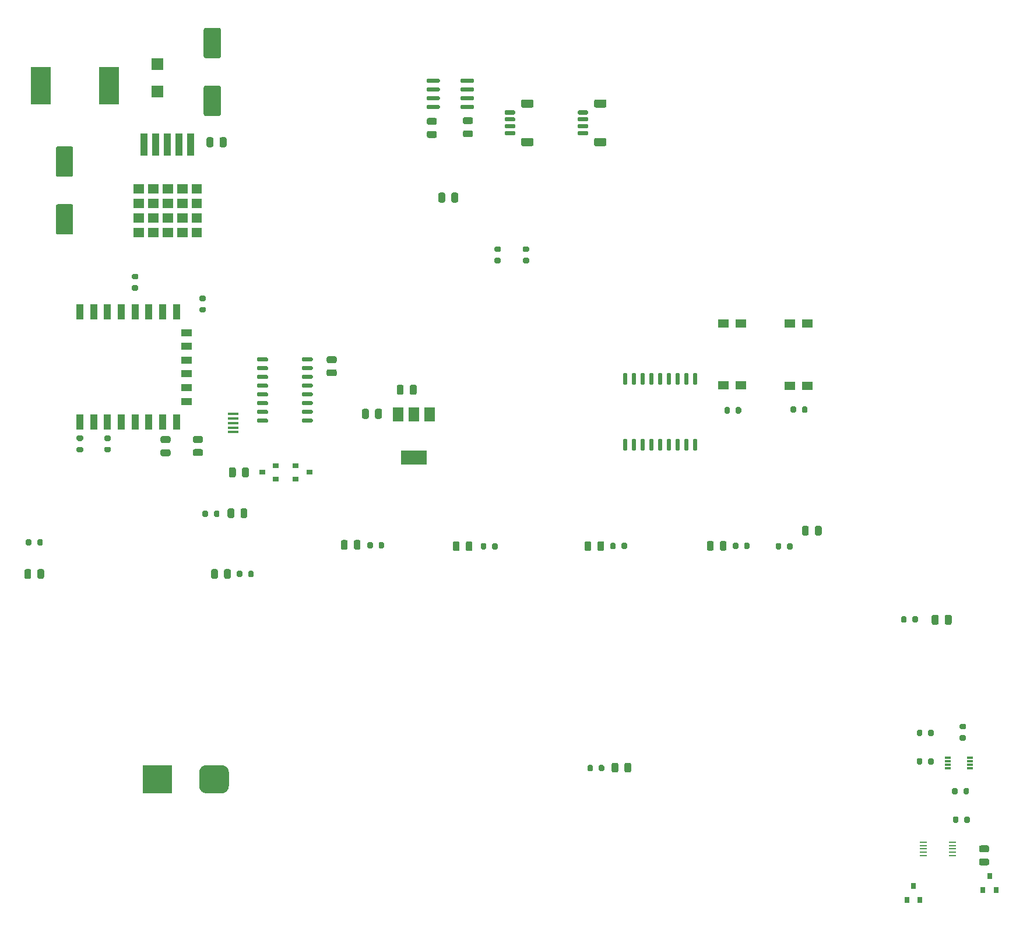
<source format=gbr>
%TF.GenerationSoftware,KiCad,Pcbnew,(5.1.10)-1*%
%TF.CreationDate,2022-12-31T06:25:54-06:00*%
%TF.ProjectId,RC11,52433131-2e6b-4696-9361-645f70636258,rev?*%
%TF.SameCoordinates,Original*%
%TF.FileFunction,Paste,Top*%
%TF.FilePolarity,Positive*%
%FSLAX46Y46*%
G04 Gerber Fmt 4.6, Leading zero omitted, Abs format (unit mm)*
G04 Created by KiCad (PCBNEW (5.1.10)-1) date 2022-12-31 06:25:54*
%MOMM*%
%LPD*%
G01*
G04 APERTURE LIST*
%ADD10C,0.010000*%
%ADD11R,1.000000X2.200000*%
%ADD12R,1.500000X1.000000*%
%ADD13R,1.500000X0.450000*%
%ADD14R,1.100000X0.250000*%
%ADD15R,0.850000X0.300000*%
%ADD16R,0.800000X0.900000*%
%ADD17R,0.900000X0.800000*%
%ADD18R,4.300000X4.100000*%
%ADD19R,1.500000X1.300000*%
%ADD20R,2.900000X5.400000*%
%ADD21R,1.050000X3.210000*%
%ADD22R,1.500000X2.000000*%
%ADD23R,3.800000X2.000000*%
%ADD24R,1.800000X1.800000*%
G04 APERTURE END LIST*
D10*
%TO.C,IC2*%
G36*
X44137900Y-53994750D02*
G01*
X44137900Y-55254750D01*
X42717900Y-55254750D01*
X42717900Y-53994750D01*
X44137900Y-53994750D01*
G37*
X44137900Y-53994750D02*
X44137900Y-55254750D01*
X42717900Y-55254750D01*
X42717900Y-53994750D01*
X44137900Y-53994750D01*
G36*
X46247900Y-53994750D02*
G01*
X46247900Y-55254750D01*
X44827900Y-55254750D01*
X44827900Y-53994750D01*
X46247900Y-53994750D01*
G37*
X46247900Y-53994750D02*
X46247900Y-55254750D01*
X44827900Y-55254750D01*
X44827900Y-53994750D01*
X46247900Y-53994750D01*
G36*
X52577900Y-56114750D02*
G01*
X52577900Y-57374750D01*
X51157900Y-57374750D01*
X51157900Y-56114750D01*
X52577900Y-56114750D01*
G37*
X52577900Y-56114750D02*
X52577900Y-57374750D01*
X51157900Y-57374750D01*
X51157900Y-56114750D01*
X52577900Y-56114750D01*
G36*
X52577900Y-53994750D02*
G01*
X52577900Y-55254750D01*
X51157900Y-55254750D01*
X51157900Y-53994750D01*
X52577900Y-53994750D01*
G37*
X52577900Y-53994750D02*
X52577900Y-55254750D01*
X51157900Y-55254750D01*
X51157900Y-53994750D01*
X52577900Y-53994750D01*
G36*
X50467900Y-53994750D02*
G01*
X50467900Y-55254750D01*
X49047900Y-55254750D01*
X49047900Y-53994750D01*
X50467900Y-53994750D01*
G37*
X50467900Y-53994750D02*
X50467900Y-55254750D01*
X49047900Y-55254750D01*
X49047900Y-53994750D01*
X50467900Y-53994750D01*
G36*
X50467900Y-56114750D02*
G01*
X50467900Y-57374750D01*
X49047900Y-57374750D01*
X49047900Y-56114750D01*
X50467900Y-56114750D01*
G37*
X50467900Y-56114750D02*
X50467900Y-57374750D01*
X49047900Y-57374750D01*
X49047900Y-56114750D01*
X50467900Y-56114750D01*
G36*
X44137900Y-56114750D02*
G01*
X44137900Y-57374750D01*
X42717900Y-57374750D01*
X42717900Y-56114750D01*
X44137900Y-56114750D01*
G37*
X44137900Y-56114750D02*
X44137900Y-57374750D01*
X42717900Y-57374750D01*
X42717900Y-56114750D01*
X44137900Y-56114750D01*
G36*
X46247900Y-56114750D02*
G01*
X46247900Y-57374750D01*
X44827900Y-57374750D01*
X44827900Y-56114750D01*
X46247900Y-56114750D01*
G37*
X46247900Y-56114750D02*
X46247900Y-57374750D01*
X44827900Y-57374750D01*
X44827900Y-56114750D01*
X46247900Y-56114750D01*
G36*
X44137900Y-60354750D02*
G01*
X44137900Y-61614750D01*
X42717900Y-61614750D01*
X42717900Y-60354750D01*
X44137900Y-60354750D01*
G37*
X44137900Y-60354750D02*
X44137900Y-61614750D01*
X42717900Y-61614750D01*
X42717900Y-60354750D01*
X44137900Y-60354750D01*
G36*
X46247900Y-60354750D02*
G01*
X46247900Y-61614750D01*
X44827900Y-61614750D01*
X44827900Y-60354750D01*
X46247900Y-60354750D01*
G37*
X46247900Y-60354750D02*
X46247900Y-61614750D01*
X44827900Y-61614750D01*
X44827900Y-60354750D01*
X46247900Y-60354750D01*
G36*
X52577900Y-60354750D02*
G01*
X52577900Y-61614750D01*
X51157900Y-61614750D01*
X51157900Y-60354750D01*
X52577900Y-60354750D01*
G37*
X52577900Y-60354750D02*
X52577900Y-61614750D01*
X51157900Y-61614750D01*
X51157900Y-60354750D01*
X52577900Y-60354750D01*
G36*
X50467900Y-60354750D02*
G01*
X50467900Y-61614750D01*
X49047900Y-61614750D01*
X49047900Y-60354750D01*
X50467900Y-60354750D01*
G37*
X50467900Y-60354750D02*
X50467900Y-61614750D01*
X49047900Y-61614750D01*
X49047900Y-60354750D01*
X50467900Y-60354750D01*
G36*
X44137900Y-58234750D02*
G01*
X44137900Y-59494750D01*
X42717900Y-59494750D01*
X42717900Y-58234750D01*
X44137900Y-58234750D01*
G37*
X44137900Y-58234750D02*
X44137900Y-59494750D01*
X42717900Y-59494750D01*
X42717900Y-58234750D01*
X44137900Y-58234750D01*
G36*
X46247900Y-58234750D02*
G01*
X46247900Y-59494750D01*
X44827900Y-59494750D01*
X44827900Y-58234750D01*
X46247900Y-58234750D01*
G37*
X46247900Y-58234750D02*
X46247900Y-59494750D01*
X44827900Y-59494750D01*
X44827900Y-58234750D01*
X46247900Y-58234750D01*
G36*
X52577900Y-58234750D02*
G01*
X52577900Y-59494750D01*
X51157900Y-59494750D01*
X51157900Y-58234750D01*
X52577900Y-58234750D01*
G37*
X52577900Y-58234750D02*
X52577900Y-59494750D01*
X51157900Y-59494750D01*
X51157900Y-58234750D01*
X52577900Y-58234750D01*
G36*
X50467900Y-58234750D02*
G01*
X50467900Y-59494750D01*
X49047900Y-59494750D01*
X49047900Y-58234750D01*
X50467900Y-58234750D01*
G37*
X50467900Y-58234750D02*
X50467900Y-59494750D01*
X49047900Y-59494750D01*
X49047900Y-58234750D01*
X50467900Y-58234750D01*
G36*
X48357900Y-53994750D02*
G01*
X48357900Y-55254750D01*
X46937900Y-55254750D01*
X46937900Y-53994750D01*
X48357900Y-53994750D01*
G37*
X48357900Y-53994750D02*
X48357900Y-55254750D01*
X46937900Y-55254750D01*
X46937900Y-53994750D01*
X48357900Y-53994750D01*
G36*
X48357900Y-56114750D02*
G01*
X48357900Y-57374750D01*
X46937900Y-57374750D01*
X46937900Y-56114750D01*
X48357900Y-56114750D01*
G37*
X48357900Y-56114750D02*
X48357900Y-57374750D01*
X46937900Y-57374750D01*
X46937900Y-56114750D01*
X48357900Y-56114750D01*
G36*
X48357900Y-60354750D02*
G01*
X48357900Y-61614750D01*
X46937900Y-61614750D01*
X46937900Y-60354750D01*
X48357900Y-60354750D01*
G37*
X48357900Y-60354750D02*
X48357900Y-61614750D01*
X46937900Y-61614750D01*
X46937900Y-60354750D01*
X48357900Y-60354750D01*
G36*
X48357900Y-58234750D02*
G01*
X48357900Y-59494750D01*
X46937900Y-59494750D01*
X46937900Y-58234750D01*
X48357900Y-58234750D01*
G37*
X48357900Y-58234750D02*
X48357900Y-59494750D01*
X46937900Y-59494750D01*
X46937900Y-58234750D01*
X48357900Y-58234750D01*
%TD*%
%TO.C,R23*%
G36*
G01*
X27896000Y-105719200D02*
X27896000Y-106269200D01*
G75*
G02*
X27696000Y-106469200I-200000J0D01*
G01*
X27296000Y-106469200D01*
G75*
G02*
X27096000Y-106269200I0J200000D01*
G01*
X27096000Y-105719200D01*
G75*
G02*
X27296000Y-105519200I200000J0D01*
G01*
X27696000Y-105519200D01*
G75*
G02*
X27896000Y-105719200I0J-200000D01*
G01*
G37*
G36*
G01*
X29546000Y-105719200D02*
X29546000Y-106269200D01*
G75*
G02*
X29346000Y-106469200I-200000J0D01*
G01*
X28946000Y-106469200D01*
G75*
G02*
X28746000Y-106269200I0J200000D01*
G01*
X28746000Y-105719200D01*
G75*
G02*
X28946000Y-105519200I200000J0D01*
G01*
X29346000Y-105519200D01*
G75*
G02*
X29546000Y-105719200I0J-200000D01*
G01*
G37*
%TD*%
%TO.C,D13*%
G36*
G01*
X28747900Y-111047850D02*
X28747900Y-110135350D01*
G75*
G02*
X28991650Y-109891600I243750J0D01*
G01*
X29479150Y-109891600D01*
G75*
G02*
X29722900Y-110135350I0J-243750D01*
G01*
X29722900Y-111047850D01*
G75*
G02*
X29479150Y-111291600I-243750J0D01*
G01*
X28991650Y-111291600D01*
G75*
G02*
X28747900Y-111047850I0J243750D01*
G01*
G37*
G36*
G01*
X26872900Y-111047850D02*
X26872900Y-110135350D01*
G75*
G02*
X27116650Y-109891600I243750J0D01*
G01*
X27604150Y-109891600D01*
G75*
G02*
X27847900Y-110135350I0J-243750D01*
G01*
X27847900Y-111047850D01*
G75*
G02*
X27604150Y-111291600I-243750J0D01*
G01*
X27116650Y-111291600D01*
G75*
G02*
X26872900Y-111047850I0J243750D01*
G01*
G37*
%TD*%
%TO.C,J2*%
G36*
G01*
X109871599Y-47259600D02*
X111171601Y-47259600D01*
G75*
G02*
X111421600Y-47509599I0J-249999D01*
G01*
X111421600Y-48209601D01*
G75*
G02*
X111171601Y-48459600I-249999J0D01*
G01*
X109871599Y-48459600D01*
G75*
G02*
X109621600Y-48209601I0J249999D01*
G01*
X109621600Y-47509599D01*
G75*
G02*
X109871599Y-47259600I249999J0D01*
G01*
G37*
G36*
G01*
X109871599Y-41659600D02*
X111171601Y-41659600D01*
G75*
G02*
X111421600Y-41909599I0J-249999D01*
G01*
X111421600Y-42609601D01*
G75*
G02*
X111171601Y-42859600I-249999J0D01*
G01*
X109871599Y-42859600D01*
G75*
G02*
X109621600Y-42609601I0J249999D01*
G01*
X109621600Y-41909599D01*
G75*
G02*
X109871599Y-41659600I249999J0D01*
G01*
G37*
G36*
G01*
X107371600Y-46259600D02*
X108621600Y-46259600D01*
G75*
G02*
X108771600Y-46409600I0J-150000D01*
G01*
X108771600Y-46709600D01*
G75*
G02*
X108621600Y-46859600I-150000J0D01*
G01*
X107371600Y-46859600D01*
G75*
G02*
X107221600Y-46709600I0J150000D01*
G01*
X107221600Y-46409600D01*
G75*
G02*
X107371600Y-46259600I150000J0D01*
G01*
G37*
G36*
G01*
X107371600Y-45259600D02*
X108621600Y-45259600D01*
G75*
G02*
X108771600Y-45409600I0J-150000D01*
G01*
X108771600Y-45709600D01*
G75*
G02*
X108621600Y-45859600I-150000J0D01*
G01*
X107371600Y-45859600D01*
G75*
G02*
X107221600Y-45709600I0J150000D01*
G01*
X107221600Y-45409600D01*
G75*
G02*
X107371600Y-45259600I150000J0D01*
G01*
G37*
G36*
G01*
X107371600Y-44259600D02*
X108621600Y-44259600D01*
G75*
G02*
X108771600Y-44409600I0J-150000D01*
G01*
X108771600Y-44709600D01*
G75*
G02*
X108621600Y-44859600I-150000J0D01*
G01*
X107371600Y-44859600D01*
G75*
G02*
X107221600Y-44709600I0J150000D01*
G01*
X107221600Y-44409600D01*
G75*
G02*
X107371600Y-44259600I150000J0D01*
G01*
G37*
G36*
G01*
X107371600Y-43259600D02*
X108621600Y-43259600D01*
G75*
G02*
X108771600Y-43409600I0J-150000D01*
G01*
X108771600Y-43709600D01*
G75*
G02*
X108621600Y-43859600I-150000J0D01*
G01*
X107371600Y-43859600D01*
G75*
G02*
X107221600Y-43709600I0J150000D01*
G01*
X107221600Y-43409600D01*
G75*
G02*
X107371600Y-43259600I150000J0D01*
G01*
G37*
%TD*%
%TO.C,J3*%
G36*
G01*
X99269599Y-47259600D02*
X100569601Y-47259600D01*
G75*
G02*
X100819600Y-47509599I0J-249999D01*
G01*
X100819600Y-48209601D01*
G75*
G02*
X100569601Y-48459600I-249999J0D01*
G01*
X99269599Y-48459600D01*
G75*
G02*
X99019600Y-48209601I0J249999D01*
G01*
X99019600Y-47509599D01*
G75*
G02*
X99269599Y-47259600I249999J0D01*
G01*
G37*
G36*
G01*
X99269599Y-41659600D02*
X100569601Y-41659600D01*
G75*
G02*
X100819600Y-41909599I0J-249999D01*
G01*
X100819600Y-42609601D01*
G75*
G02*
X100569601Y-42859600I-249999J0D01*
G01*
X99269599Y-42859600D01*
G75*
G02*
X99019600Y-42609601I0J249999D01*
G01*
X99019600Y-41909599D01*
G75*
G02*
X99269599Y-41659600I249999J0D01*
G01*
G37*
G36*
G01*
X96769600Y-46259600D02*
X98019600Y-46259600D01*
G75*
G02*
X98169600Y-46409600I0J-150000D01*
G01*
X98169600Y-46709600D01*
G75*
G02*
X98019600Y-46859600I-150000J0D01*
G01*
X96769600Y-46859600D01*
G75*
G02*
X96619600Y-46709600I0J150000D01*
G01*
X96619600Y-46409600D01*
G75*
G02*
X96769600Y-46259600I150000J0D01*
G01*
G37*
G36*
G01*
X96769600Y-45259600D02*
X98019600Y-45259600D01*
G75*
G02*
X98169600Y-45409600I0J-150000D01*
G01*
X98169600Y-45709600D01*
G75*
G02*
X98019600Y-45859600I-150000J0D01*
G01*
X96769600Y-45859600D01*
G75*
G02*
X96619600Y-45709600I0J150000D01*
G01*
X96619600Y-45409600D01*
G75*
G02*
X96769600Y-45259600I150000J0D01*
G01*
G37*
G36*
G01*
X96769600Y-44259600D02*
X98019600Y-44259600D01*
G75*
G02*
X98169600Y-44409600I0J-150000D01*
G01*
X98169600Y-44709600D01*
G75*
G02*
X98019600Y-44859600I-150000J0D01*
G01*
X96769600Y-44859600D01*
G75*
G02*
X96619600Y-44709600I0J150000D01*
G01*
X96619600Y-44409600D01*
G75*
G02*
X96769600Y-44259600I150000J0D01*
G01*
G37*
G36*
G01*
X96769600Y-43259600D02*
X98019600Y-43259600D01*
G75*
G02*
X98169600Y-43409600I0J-150000D01*
G01*
X98169600Y-43709600D01*
G75*
G02*
X98019600Y-43859600I-150000J0D01*
G01*
X96769600Y-43859600D01*
G75*
G02*
X96619600Y-43709600I0J150000D01*
G01*
X96619600Y-43409600D01*
G75*
G02*
X96769600Y-43259600I150000J0D01*
G01*
G37*
%TD*%
%TO.C,C17*%
G36*
G01*
X85580200Y-46246200D02*
X86530200Y-46246200D01*
G75*
G02*
X86780200Y-46496200I0J-250000D01*
G01*
X86780200Y-46996200D01*
G75*
G02*
X86530200Y-47246200I-250000J0D01*
G01*
X85580200Y-47246200D01*
G75*
G02*
X85330200Y-46996200I0J250000D01*
G01*
X85330200Y-46496200D01*
G75*
G02*
X85580200Y-46246200I250000J0D01*
G01*
G37*
G36*
G01*
X85580200Y-44346200D02*
X86530200Y-44346200D01*
G75*
G02*
X86780200Y-44596200I0J-250000D01*
G01*
X86780200Y-45096200D01*
G75*
G02*
X86530200Y-45346200I-250000J0D01*
G01*
X85580200Y-45346200D01*
G75*
G02*
X85330200Y-45096200I0J250000D01*
G01*
X85330200Y-44596200D01*
G75*
G02*
X85580200Y-44346200I250000J0D01*
G01*
G37*
%TD*%
%TO.C,C16*%
G36*
G01*
X91762600Y-45244600D02*
X90812600Y-45244600D01*
G75*
G02*
X90562600Y-44994600I0J250000D01*
G01*
X90562600Y-44494600D01*
G75*
G02*
X90812600Y-44244600I250000J0D01*
G01*
X91762600Y-44244600D01*
G75*
G02*
X92012600Y-44494600I0J-250000D01*
G01*
X92012600Y-44994600D01*
G75*
G02*
X91762600Y-45244600I-250000J0D01*
G01*
G37*
G36*
G01*
X91762600Y-47144600D02*
X90812600Y-47144600D01*
G75*
G02*
X90562600Y-46894600I0J250000D01*
G01*
X90562600Y-46394600D01*
G75*
G02*
X90812600Y-46144600I250000J0D01*
G01*
X91762600Y-46144600D01*
G75*
G02*
X92012600Y-46394600I0J-250000D01*
G01*
X92012600Y-46894600D01*
G75*
G02*
X91762600Y-47144600I-250000J0D01*
G01*
G37*
%TD*%
%TO.C,U9*%
G36*
G01*
X87222200Y-42598200D02*
X87222200Y-42898200D01*
G75*
G02*
X87072200Y-43048200I-150000J0D01*
G01*
X85422200Y-43048200D01*
G75*
G02*
X85272200Y-42898200I0J150000D01*
G01*
X85272200Y-42598200D01*
G75*
G02*
X85422200Y-42448200I150000J0D01*
G01*
X87072200Y-42448200D01*
G75*
G02*
X87222200Y-42598200I0J-150000D01*
G01*
G37*
G36*
G01*
X87222200Y-41328200D02*
X87222200Y-41628200D01*
G75*
G02*
X87072200Y-41778200I-150000J0D01*
G01*
X85422200Y-41778200D01*
G75*
G02*
X85272200Y-41628200I0J150000D01*
G01*
X85272200Y-41328200D01*
G75*
G02*
X85422200Y-41178200I150000J0D01*
G01*
X87072200Y-41178200D01*
G75*
G02*
X87222200Y-41328200I0J-150000D01*
G01*
G37*
G36*
G01*
X87222200Y-40058200D02*
X87222200Y-40358200D01*
G75*
G02*
X87072200Y-40508200I-150000J0D01*
G01*
X85422200Y-40508200D01*
G75*
G02*
X85272200Y-40358200I0J150000D01*
G01*
X85272200Y-40058200D01*
G75*
G02*
X85422200Y-39908200I150000J0D01*
G01*
X87072200Y-39908200D01*
G75*
G02*
X87222200Y-40058200I0J-150000D01*
G01*
G37*
G36*
G01*
X87222200Y-38788200D02*
X87222200Y-39088200D01*
G75*
G02*
X87072200Y-39238200I-150000J0D01*
G01*
X85422200Y-39238200D01*
G75*
G02*
X85272200Y-39088200I0J150000D01*
G01*
X85272200Y-38788200D01*
G75*
G02*
X85422200Y-38638200I150000J0D01*
G01*
X87072200Y-38638200D01*
G75*
G02*
X87222200Y-38788200I0J-150000D01*
G01*
G37*
G36*
G01*
X92172200Y-38788200D02*
X92172200Y-39088200D01*
G75*
G02*
X92022200Y-39238200I-150000J0D01*
G01*
X90372200Y-39238200D01*
G75*
G02*
X90222200Y-39088200I0J150000D01*
G01*
X90222200Y-38788200D01*
G75*
G02*
X90372200Y-38638200I150000J0D01*
G01*
X92022200Y-38638200D01*
G75*
G02*
X92172200Y-38788200I0J-150000D01*
G01*
G37*
G36*
G01*
X92172200Y-40058200D02*
X92172200Y-40358200D01*
G75*
G02*
X92022200Y-40508200I-150000J0D01*
G01*
X90372200Y-40508200D01*
G75*
G02*
X90222200Y-40358200I0J150000D01*
G01*
X90222200Y-40058200D01*
G75*
G02*
X90372200Y-39908200I150000J0D01*
G01*
X92022200Y-39908200D01*
G75*
G02*
X92172200Y-40058200I0J-150000D01*
G01*
G37*
G36*
G01*
X92172200Y-41328200D02*
X92172200Y-41628200D01*
G75*
G02*
X92022200Y-41778200I-150000J0D01*
G01*
X90372200Y-41778200D01*
G75*
G02*
X90222200Y-41628200I0J150000D01*
G01*
X90222200Y-41328200D01*
G75*
G02*
X90372200Y-41178200I150000J0D01*
G01*
X92022200Y-41178200D01*
G75*
G02*
X92172200Y-41328200I0J-150000D01*
G01*
G37*
G36*
G01*
X92172200Y-42598200D02*
X92172200Y-42898200D01*
G75*
G02*
X92022200Y-43048200I-150000J0D01*
G01*
X90372200Y-43048200D01*
G75*
G02*
X90222200Y-42898200I0J150000D01*
G01*
X90222200Y-42598200D01*
G75*
G02*
X90372200Y-42448200I150000J0D01*
G01*
X92022200Y-42448200D01*
G75*
G02*
X92172200Y-42598200I0J-150000D01*
G01*
G37*
%TD*%
D11*
%TO.C,U4*%
X34944400Y-72519000D03*
X36944400Y-72519000D03*
X38944400Y-72519000D03*
X40944400Y-72519000D03*
X42944400Y-72519000D03*
X44944400Y-72519000D03*
X46944400Y-72519000D03*
X48944400Y-72519000D03*
X34944400Y-88519000D03*
X36944400Y-88519000D03*
X38944400Y-88519000D03*
X40944400Y-88519000D03*
X42944400Y-88519000D03*
X44944400Y-88519000D03*
X46944400Y-88519000D03*
X48944400Y-88519000D03*
D12*
X50444400Y-85519000D03*
X50444400Y-83519000D03*
X50444400Y-81519000D03*
X50444400Y-75519000D03*
X50444400Y-77519000D03*
X50444400Y-79519000D03*
%TD*%
D13*
%TO.C,J9*%
X57179400Y-89971400D03*
X57179400Y-89321400D03*
X57179400Y-88671400D03*
X57179400Y-88021400D03*
X57179400Y-87371400D03*
%TD*%
D14*
%TO.C,U6*%
X161712800Y-149530600D03*
X161712800Y-150030600D03*
X161712800Y-150530600D03*
X161712800Y-151030600D03*
X161712800Y-151530600D03*
X157412800Y-151530600D03*
X157412800Y-151030600D03*
X157412800Y-150530600D03*
X157412800Y-150030600D03*
X157412800Y-149530600D03*
%TD*%
%TO.C,C11*%
G36*
G01*
X166743400Y-151020400D02*
X165793400Y-151020400D01*
G75*
G02*
X165543400Y-150770400I0J250000D01*
G01*
X165543400Y-150270400D01*
G75*
G02*
X165793400Y-150020400I250000J0D01*
G01*
X166743400Y-150020400D01*
G75*
G02*
X166993400Y-150270400I0J-250000D01*
G01*
X166993400Y-150770400D01*
G75*
G02*
X166743400Y-151020400I-250000J0D01*
G01*
G37*
G36*
G01*
X166743400Y-152920400D02*
X165793400Y-152920400D01*
G75*
G02*
X165543400Y-152670400I0J250000D01*
G01*
X165543400Y-152170400D01*
G75*
G02*
X165793400Y-151920400I250000J0D01*
G01*
X166743400Y-151920400D01*
G75*
G02*
X166993400Y-152170400I0J-250000D01*
G01*
X166993400Y-152670400D01*
G75*
G02*
X166743400Y-152920400I-250000J0D01*
G01*
G37*
%TD*%
D15*
%TO.C,IC3*%
X161035800Y-137283800D03*
X161035800Y-137783800D03*
X161035800Y-138283800D03*
X161035800Y-138783800D03*
X164185800Y-138783800D03*
X164185800Y-138283800D03*
X164185800Y-137783800D03*
X164185800Y-137283800D03*
%TD*%
D16*
%TO.C,D12*%
X155981400Y-155931400D03*
X156931400Y-157931400D03*
X155031400Y-157931400D03*
%TD*%
%TO.C,R22*%
G36*
G01*
X157283600Y-137530200D02*
X157283600Y-138080200D01*
G75*
G02*
X157083600Y-138280200I-200000J0D01*
G01*
X156683600Y-138280200D01*
G75*
G02*
X156483600Y-138080200I0J200000D01*
G01*
X156483600Y-137530200D01*
G75*
G02*
X156683600Y-137330200I200000J0D01*
G01*
X157083600Y-137330200D01*
G75*
G02*
X157283600Y-137530200I0J-200000D01*
G01*
G37*
G36*
G01*
X158933600Y-137530200D02*
X158933600Y-138080200D01*
G75*
G02*
X158733600Y-138280200I-200000J0D01*
G01*
X158333600Y-138280200D01*
G75*
G02*
X158133600Y-138080200I0J200000D01*
G01*
X158133600Y-137530200D01*
G75*
G02*
X158333600Y-137330200I200000J0D01*
G01*
X158733600Y-137330200D01*
G75*
G02*
X158933600Y-137530200I0J-200000D01*
G01*
G37*
%TD*%
%TO.C,R21*%
G36*
G01*
X157309000Y-133390000D02*
X157309000Y-133940000D01*
G75*
G02*
X157109000Y-134140000I-200000J0D01*
G01*
X156709000Y-134140000D01*
G75*
G02*
X156509000Y-133940000I0J200000D01*
G01*
X156509000Y-133390000D01*
G75*
G02*
X156709000Y-133190000I200000J0D01*
G01*
X157109000Y-133190000D01*
G75*
G02*
X157309000Y-133390000I0J-200000D01*
G01*
G37*
G36*
G01*
X158959000Y-133390000D02*
X158959000Y-133940000D01*
G75*
G02*
X158759000Y-134140000I-200000J0D01*
G01*
X158359000Y-134140000D01*
G75*
G02*
X158159000Y-133940000I0J200000D01*
G01*
X158159000Y-133390000D01*
G75*
G02*
X158359000Y-133190000I200000J0D01*
G01*
X158759000Y-133190000D01*
G75*
G02*
X158959000Y-133390000I0J-200000D01*
G01*
G37*
%TD*%
%TO.C,R20*%
G36*
G01*
X162894600Y-134013800D02*
X163444600Y-134013800D01*
G75*
G02*
X163644600Y-134213800I0J-200000D01*
G01*
X163644600Y-134613800D01*
G75*
G02*
X163444600Y-134813800I-200000J0D01*
G01*
X162894600Y-134813800D01*
G75*
G02*
X162694600Y-134613800I0J200000D01*
G01*
X162694600Y-134213800D01*
G75*
G02*
X162894600Y-134013800I200000J0D01*
G01*
G37*
G36*
G01*
X162894600Y-132363800D02*
X163444600Y-132363800D01*
G75*
G02*
X163644600Y-132563800I0J-200000D01*
G01*
X163644600Y-132963800D01*
G75*
G02*
X163444600Y-133163800I-200000J0D01*
G01*
X162894600Y-133163800D01*
G75*
G02*
X162694600Y-132963800I0J200000D01*
G01*
X162694600Y-132563800D01*
G75*
G02*
X162894600Y-132363800I200000J0D01*
G01*
G37*
%TD*%
%TO.C,R19*%
G36*
G01*
X163264400Y-142423600D02*
X163264400Y-141873600D01*
G75*
G02*
X163464400Y-141673600I200000J0D01*
G01*
X163864400Y-141673600D01*
G75*
G02*
X164064400Y-141873600I0J-200000D01*
G01*
X164064400Y-142423600D01*
G75*
G02*
X163864400Y-142623600I-200000J0D01*
G01*
X163464400Y-142623600D01*
G75*
G02*
X163264400Y-142423600I0J200000D01*
G01*
G37*
G36*
G01*
X161614400Y-142423600D02*
X161614400Y-141873600D01*
G75*
G02*
X161814400Y-141673600I200000J0D01*
G01*
X162214400Y-141673600D01*
G75*
G02*
X162414400Y-141873600I0J-200000D01*
G01*
X162414400Y-142423600D01*
G75*
G02*
X162214400Y-142623600I-200000J0D01*
G01*
X161814400Y-142623600D01*
G75*
G02*
X161614400Y-142423600I0J200000D01*
G01*
G37*
%TD*%
%TO.C,R18*%
G36*
G01*
X163391400Y-146563800D02*
X163391400Y-146013800D01*
G75*
G02*
X163591400Y-145813800I200000J0D01*
G01*
X163991400Y-145813800D01*
G75*
G02*
X164191400Y-146013800I0J-200000D01*
G01*
X164191400Y-146563800D01*
G75*
G02*
X163991400Y-146763800I-200000J0D01*
G01*
X163591400Y-146763800D01*
G75*
G02*
X163391400Y-146563800I0J200000D01*
G01*
G37*
G36*
G01*
X161741400Y-146563800D02*
X161741400Y-146013800D01*
G75*
G02*
X161941400Y-145813800I200000J0D01*
G01*
X162341400Y-145813800D01*
G75*
G02*
X162541400Y-146013800I0J-200000D01*
G01*
X162541400Y-146563800D01*
G75*
G02*
X162341400Y-146763800I-200000J0D01*
G01*
X161941400Y-146763800D01*
G75*
G02*
X161741400Y-146563800I0J200000D01*
G01*
G37*
%TD*%
%TO.C,D11*%
X167055800Y-154509000D03*
X168005800Y-156509000D03*
X166105800Y-156509000D03*
%TD*%
%TO.C,U8*%
G36*
G01*
X67159000Y-79575800D02*
X67159000Y-79275800D01*
G75*
G02*
X67309000Y-79125800I150000J0D01*
G01*
X68609000Y-79125800D01*
G75*
G02*
X68759000Y-79275800I0J-150000D01*
G01*
X68759000Y-79575800D01*
G75*
G02*
X68609000Y-79725800I-150000J0D01*
G01*
X67309000Y-79725800D01*
G75*
G02*
X67159000Y-79575800I0J150000D01*
G01*
G37*
G36*
G01*
X67159000Y-80845800D02*
X67159000Y-80545800D01*
G75*
G02*
X67309000Y-80395800I150000J0D01*
G01*
X68609000Y-80395800D01*
G75*
G02*
X68759000Y-80545800I0J-150000D01*
G01*
X68759000Y-80845800D01*
G75*
G02*
X68609000Y-80995800I-150000J0D01*
G01*
X67309000Y-80995800D01*
G75*
G02*
X67159000Y-80845800I0J150000D01*
G01*
G37*
G36*
G01*
X67159000Y-82115800D02*
X67159000Y-81815800D01*
G75*
G02*
X67309000Y-81665800I150000J0D01*
G01*
X68609000Y-81665800D01*
G75*
G02*
X68759000Y-81815800I0J-150000D01*
G01*
X68759000Y-82115800D01*
G75*
G02*
X68609000Y-82265800I-150000J0D01*
G01*
X67309000Y-82265800D01*
G75*
G02*
X67159000Y-82115800I0J150000D01*
G01*
G37*
G36*
G01*
X67159000Y-83385800D02*
X67159000Y-83085800D01*
G75*
G02*
X67309000Y-82935800I150000J0D01*
G01*
X68609000Y-82935800D01*
G75*
G02*
X68759000Y-83085800I0J-150000D01*
G01*
X68759000Y-83385800D01*
G75*
G02*
X68609000Y-83535800I-150000J0D01*
G01*
X67309000Y-83535800D01*
G75*
G02*
X67159000Y-83385800I0J150000D01*
G01*
G37*
G36*
G01*
X67159000Y-84655800D02*
X67159000Y-84355800D01*
G75*
G02*
X67309000Y-84205800I150000J0D01*
G01*
X68609000Y-84205800D01*
G75*
G02*
X68759000Y-84355800I0J-150000D01*
G01*
X68759000Y-84655800D01*
G75*
G02*
X68609000Y-84805800I-150000J0D01*
G01*
X67309000Y-84805800D01*
G75*
G02*
X67159000Y-84655800I0J150000D01*
G01*
G37*
G36*
G01*
X67159000Y-85925800D02*
X67159000Y-85625800D01*
G75*
G02*
X67309000Y-85475800I150000J0D01*
G01*
X68609000Y-85475800D01*
G75*
G02*
X68759000Y-85625800I0J-150000D01*
G01*
X68759000Y-85925800D01*
G75*
G02*
X68609000Y-86075800I-150000J0D01*
G01*
X67309000Y-86075800D01*
G75*
G02*
X67159000Y-85925800I0J150000D01*
G01*
G37*
G36*
G01*
X67159000Y-87195800D02*
X67159000Y-86895800D01*
G75*
G02*
X67309000Y-86745800I150000J0D01*
G01*
X68609000Y-86745800D01*
G75*
G02*
X68759000Y-86895800I0J-150000D01*
G01*
X68759000Y-87195800D01*
G75*
G02*
X68609000Y-87345800I-150000J0D01*
G01*
X67309000Y-87345800D01*
G75*
G02*
X67159000Y-87195800I0J150000D01*
G01*
G37*
G36*
G01*
X67159000Y-88465800D02*
X67159000Y-88165800D01*
G75*
G02*
X67309000Y-88015800I150000J0D01*
G01*
X68609000Y-88015800D01*
G75*
G02*
X68759000Y-88165800I0J-150000D01*
G01*
X68759000Y-88465800D01*
G75*
G02*
X68609000Y-88615800I-150000J0D01*
G01*
X67309000Y-88615800D01*
G75*
G02*
X67159000Y-88465800I0J150000D01*
G01*
G37*
G36*
G01*
X60659000Y-88465800D02*
X60659000Y-88165800D01*
G75*
G02*
X60809000Y-88015800I150000J0D01*
G01*
X62109000Y-88015800D01*
G75*
G02*
X62259000Y-88165800I0J-150000D01*
G01*
X62259000Y-88465800D01*
G75*
G02*
X62109000Y-88615800I-150000J0D01*
G01*
X60809000Y-88615800D01*
G75*
G02*
X60659000Y-88465800I0J150000D01*
G01*
G37*
G36*
G01*
X60659000Y-87195800D02*
X60659000Y-86895800D01*
G75*
G02*
X60809000Y-86745800I150000J0D01*
G01*
X62109000Y-86745800D01*
G75*
G02*
X62259000Y-86895800I0J-150000D01*
G01*
X62259000Y-87195800D01*
G75*
G02*
X62109000Y-87345800I-150000J0D01*
G01*
X60809000Y-87345800D01*
G75*
G02*
X60659000Y-87195800I0J150000D01*
G01*
G37*
G36*
G01*
X60659000Y-85925800D02*
X60659000Y-85625800D01*
G75*
G02*
X60809000Y-85475800I150000J0D01*
G01*
X62109000Y-85475800D01*
G75*
G02*
X62259000Y-85625800I0J-150000D01*
G01*
X62259000Y-85925800D01*
G75*
G02*
X62109000Y-86075800I-150000J0D01*
G01*
X60809000Y-86075800D01*
G75*
G02*
X60659000Y-85925800I0J150000D01*
G01*
G37*
G36*
G01*
X60659000Y-84655800D02*
X60659000Y-84355800D01*
G75*
G02*
X60809000Y-84205800I150000J0D01*
G01*
X62109000Y-84205800D01*
G75*
G02*
X62259000Y-84355800I0J-150000D01*
G01*
X62259000Y-84655800D01*
G75*
G02*
X62109000Y-84805800I-150000J0D01*
G01*
X60809000Y-84805800D01*
G75*
G02*
X60659000Y-84655800I0J150000D01*
G01*
G37*
G36*
G01*
X60659000Y-83385800D02*
X60659000Y-83085800D01*
G75*
G02*
X60809000Y-82935800I150000J0D01*
G01*
X62109000Y-82935800D01*
G75*
G02*
X62259000Y-83085800I0J-150000D01*
G01*
X62259000Y-83385800D01*
G75*
G02*
X62109000Y-83535800I-150000J0D01*
G01*
X60809000Y-83535800D01*
G75*
G02*
X60659000Y-83385800I0J150000D01*
G01*
G37*
G36*
G01*
X60659000Y-82115800D02*
X60659000Y-81815800D01*
G75*
G02*
X60809000Y-81665800I150000J0D01*
G01*
X62109000Y-81665800D01*
G75*
G02*
X62259000Y-81815800I0J-150000D01*
G01*
X62259000Y-82115800D01*
G75*
G02*
X62109000Y-82265800I-150000J0D01*
G01*
X60809000Y-82265800D01*
G75*
G02*
X60659000Y-82115800I0J150000D01*
G01*
G37*
G36*
G01*
X60659000Y-80845800D02*
X60659000Y-80545800D01*
G75*
G02*
X60809000Y-80395800I150000J0D01*
G01*
X62109000Y-80395800D01*
G75*
G02*
X62259000Y-80545800I0J-150000D01*
G01*
X62259000Y-80845800D01*
G75*
G02*
X62109000Y-80995800I-150000J0D01*
G01*
X60809000Y-80995800D01*
G75*
G02*
X60659000Y-80845800I0J150000D01*
G01*
G37*
G36*
G01*
X60659000Y-79575800D02*
X60659000Y-79275800D01*
G75*
G02*
X60809000Y-79125800I150000J0D01*
G01*
X62109000Y-79125800D01*
G75*
G02*
X62259000Y-79275800I0J-150000D01*
G01*
X62259000Y-79575800D01*
G75*
G02*
X62109000Y-79725800I-150000J0D01*
G01*
X60809000Y-79725800D01*
G75*
G02*
X60659000Y-79575800I0J150000D01*
G01*
G37*
%TD*%
%TO.C,R17*%
G36*
G01*
X53030800Y-70962200D02*
X52480800Y-70962200D01*
G75*
G02*
X52280800Y-70762200I0J200000D01*
G01*
X52280800Y-70362200D01*
G75*
G02*
X52480800Y-70162200I200000J0D01*
G01*
X53030800Y-70162200D01*
G75*
G02*
X53230800Y-70362200I0J-200000D01*
G01*
X53230800Y-70762200D01*
G75*
G02*
X53030800Y-70962200I-200000J0D01*
G01*
G37*
G36*
G01*
X53030800Y-72612200D02*
X52480800Y-72612200D01*
G75*
G02*
X52280800Y-72412200I0J200000D01*
G01*
X52280800Y-72012200D01*
G75*
G02*
X52480800Y-71812200I200000J0D01*
G01*
X53030800Y-71812200D01*
G75*
G02*
X53230800Y-72012200I0J-200000D01*
G01*
X53230800Y-72412200D01*
G75*
G02*
X53030800Y-72612200I-200000J0D01*
G01*
G37*
%TD*%
%TO.C,R16*%
G36*
G01*
X42676400Y-68649400D02*
X43226400Y-68649400D01*
G75*
G02*
X43426400Y-68849400I0J-200000D01*
G01*
X43426400Y-69249400D01*
G75*
G02*
X43226400Y-69449400I-200000J0D01*
G01*
X42676400Y-69449400D01*
G75*
G02*
X42476400Y-69249400I0J200000D01*
G01*
X42476400Y-68849400D01*
G75*
G02*
X42676400Y-68649400I200000J0D01*
G01*
G37*
G36*
G01*
X42676400Y-66999400D02*
X43226400Y-66999400D01*
G75*
G02*
X43426400Y-67199400I0J-200000D01*
G01*
X43426400Y-67599400D01*
G75*
G02*
X43226400Y-67799400I-200000J0D01*
G01*
X42676400Y-67799400D01*
G75*
G02*
X42476400Y-67599400I0J200000D01*
G01*
X42476400Y-67199400D01*
G75*
G02*
X42676400Y-66999400I200000J0D01*
G01*
G37*
%TD*%
%TO.C,R15*%
G36*
G01*
X38663200Y-92119000D02*
X39213200Y-92119000D01*
G75*
G02*
X39413200Y-92319000I0J-200000D01*
G01*
X39413200Y-92719000D01*
G75*
G02*
X39213200Y-92919000I-200000J0D01*
G01*
X38663200Y-92919000D01*
G75*
G02*
X38463200Y-92719000I0J200000D01*
G01*
X38463200Y-92319000D01*
G75*
G02*
X38663200Y-92119000I200000J0D01*
G01*
G37*
G36*
G01*
X38663200Y-90469000D02*
X39213200Y-90469000D01*
G75*
G02*
X39413200Y-90669000I0J-200000D01*
G01*
X39413200Y-91069000D01*
G75*
G02*
X39213200Y-91269000I-200000J0D01*
G01*
X38663200Y-91269000D01*
G75*
G02*
X38463200Y-91069000I0J200000D01*
G01*
X38463200Y-90669000D01*
G75*
G02*
X38663200Y-90469000I200000J0D01*
G01*
G37*
%TD*%
%TO.C,R14*%
G36*
G01*
X34650000Y-92119000D02*
X35200000Y-92119000D01*
G75*
G02*
X35400000Y-92319000I0J-200000D01*
G01*
X35400000Y-92719000D01*
G75*
G02*
X35200000Y-92919000I-200000J0D01*
G01*
X34650000Y-92919000D01*
G75*
G02*
X34450000Y-92719000I0J200000D01*
G01*
X34450000Y-92319000D01*
G75*
G02*
X34650000Y-92119000I200000J0D01*
G01*
G37*
G36*
G01*
X34650000Y-90469000D02*
X35200000Y-90469000D01*
G75*
G02*
X35400000Y-90669000I0J-200000D01*
G01*
X35400000Y-91069000D01*
G75*
G02*
X35200000Y-91269000I-200000J0D01*
G01*
X34650000Y-91269000D01*
G75*
G02*
X34450000Y-91069000I0J200000D01*
G01*
X34450000Y-90669000D01*
G75*
G02*
X34650000Y-90469000I200000J0D01*
G01*
G37*
%TD*%
D17*
%TO.C,Q2*%
X68274400Y-95834200D03*
X66274400Y-96784200D03*
X66274400Y-94884200D03*
%TD*%
%TO.C,Q1*%
X61397600Y-95834200D03*
X63397600Y-94884200D03*
X63397600Y-96784200D03*
%TD*%
%TO.C,C31*%
G36*
G01*
X57578800Y-95359200D02*
X57578800Y-96309200D01*
G75*
G02*
X57328800Y-96559200I-250000J0D01*
G01*
X56828800Y-96559200D01*
G75*
G02*
X56578800Y-96309200I0J250000D01*
G01*
X56578800Y-95359200D01*
G75*
G02*
X56828800Y-95109200I250000J0D01*
G01*
X57328800Y-95109200D01*
G75*
G02*
X57578800Y-95359200I0J-250000D01*
G01*
G37*
G36*
G01*
X59478800Y-95359200D02*
X59478800Y-96309200D01*
G75*
G02*
X59228800Y-96559200I-250000J0D01*
G01*
X58728800Y-96559200D01*
G75*
G02*
X58478800Y-96309200I0J250000D01*
G01*
X58478800Y-95359200D01*
G75*
G02*
X58728800Y-95109200I250000J0D01*
G01*
X59228800Y-95109200D01*
G75*
G02*
X59478800Y-95359200I0J-250000D01*
G01*
G37*
%TD*%
%TO.C,C30*%
G36*
G01*
X71026000Y-80866400D02*
X71976000Y-80866400D01*
G75*
G02*
X72226000Y-81116400I0J-250000D01*
G01*
X72226000Y-81616400D01*
G75*
G02*
X71976000Y-81866400I-250000J0D01*
G01*
X71026000Y-81866400D01*
G75*
G02*
X70776000Y-81616400I0J250000D01*
G01*
X70776000Y-81116400D01*
G75*
G02*
X71026000Y-80866400I250000J0D01*
G01*
G37*
G36*
G01*
X71026000Y-78966400D02*
X71976000Y-78966400D01*
G75*
G02*
X72226000Y-79216400I0J-250000D01*
G01*
X72226000Y-79716400D01*
G75*
G02*
X71976000Y-79966400I-250000J0D01*
G01*
X71026000Y-79966400D01*
G75*
G02*
X70776000Y-79716400I0J250000D01*
G01*
X70776000Y-79216400D01*
G75*
G02*
X71026000Y-78966400I250000J0D01*
G01*
G37*
%TD*%
%TO.C,C9*%
G36*
G01*
X46896000Y-92474200D02*
X47846000Y-92474200D01*
G75*
G02*
X48096000Y-92724200I0J-250000D01*
G01*
X48096000Y-93224200D01*
G75*
G02*
X47846000Y-93474200I-250000J0D01*
G01*
X46896000Y-93474200D01*
G75*
G02*
X46646000Y-93224200I0J250000D01*
G01*
X46646000Y-92724200D01*
G75*
G02*
X46896000Y-92474200I250000J0D01*
G01*
G37*
G36*
G01*
X46896000Y-90574200D02*
X47846000Y-90574200D01*
G75*
G02*
X48096000Y-90824200I0J-250000D01*
G01*
X48096000Y-91324200D01*
G75*
G02*
X47846000Y-91574200I-250000J0D01*
G01*
X46896000Y-91574200D01*
G75*
G02*
X46646000Y-91324200I0J250000D01*
G01*
X46646000Y-90824200D01*
G75*
G02*
X46896000Y-90574200I250000J0D01*
G01*
G37*
%TD*%
%TO.C,C7*%
G36*
G01*
X51595000Y-92448800D02*
X52545000Y-92448800D01*
G75*
G02*
X52795000Y-92698800I0J-250000D01*
G01*
X52795000Y-93198800D01*
G75*
G02*
X52545000Y-93448800I-250000J0D01*
G01*
X51595000Y-93448800D01*
G75*
G02*
X51345000Y-93198800I0J250000D01*
G01*
X51345000Y-92698800D01*
G75*
G02*
X51595000Y-92448800I250000J0D01*
G01*
G37*
G36*
G01*
X51595000Y-90548800D02*
X52545000Y-90548800D01*
G75*
G02*
X52795000Y-90798800I0J-250000D01*
G01*
X52795000Y-91298800D01*
G75*
G02*
X52545000Y-91548800I-250000J0D01*
G01*
X51595000Y-91548800D01*
G75*
G02*
X51345000Y-91298800I0J250000D01*
G01*
X51345000Y-90798800D01*
G75*
G02*
X51595000Y-90548800I250000J0D01*
G01*
G37*
%TD*%
%TO.C,C2*%
G36*
G01*
X76908200Y-86850200D02*
X76908200Y-87800200D01*
G75*
G02*
X76658200Y-88050200I-250000J0D01*
G01*
X76158200Y-88050200D01*
G75*
G02*
X75908200Y-87800200I0J250000D01*
G01*
X75908200Y-86850200D01*
G75*
G02*
X76158200Y-86600200I250000J0D01*
G01*
X76658200Y-86600200D01*
G75*
G02*
X76908200Y-86850200I0J-250000D01*
G01*
G37*
G36*
G01*
X78808200Y-86850200D02*
X78808200Y-87800200D01*
G75*
G02*
X78558200Y-88050200I-250000J0D01*
G01*
X78058200Y-88050200D01*
G75*
G02*
X77808200Y-87800200I0J250000D01*
G01*
X77808200Y-86850200D01*
G75*
G02*
X78058200Y-86600200I250000J0D01*
G01*
X78558200Y-86600200D01*
G75*
G02*
X78808200Y-86850200I0J-250000D01*
G01*
G37*
%TD*%
%TO.C,R13*%
G36*
G01*
X95330600Y-64661600D02*
X95880600Y-64661600D01*
G75*
G02*
X96080600Y-64861600I0J-200000D01*
G01*
X96080600Y-65261600D01*
G75*
G02*
X95880600Y-65461600I-200000J0D01*
G01*
X95330600Y-65461600D01*
G75*
G02*
X95130600Y-65261600I0J200000D01*
G01*
X95130600Y-64861600D01*
G75*
G02*
X95330600Y-64661600I200000J0D01*
G01*
G37*
G36*
G01*
X95330600Y-63011600D02*
X95880600Y-63011600D01*
G75*
G02*
X96080600Y-63211600I0J-200000D01*
G01*
X96080600Y-63611600D01*
G75*
G02*
X95880600Y-63811600I-200000J0D01*
G01*
X95330600Y-63811600D01*
G75*
G02*
X95130600Y-63611600I0J200000D01*
G01*
X95130600Y-63211600D01*
G75*
G02*
X95330600Y-63011600I200000J0D01*
G01*
G37*
%TD*%
%TO.C,R12*%
G36*
G01*
X99445400Y-64661600D02*
X99995400Y-64661600D01*
G75*
G02*
X100195400Y-64861600I0J-200000D01*
G01*
X100195400Y-65261600D01*
G75*
G02*
X99995400Y-65461600I-200000J0D01*
G01*
X99445400Y-65461600D01*
G75*
G02*
X99245400Y-65261600I0J200000D01*
G01*
X99245400Y-64861600D01*
G75*
G02*
X99445400Y-64661600I200000J0D01*
G01*
G37*
G36*
G01*
X99445400Y-63011600D02*
X99995400Y-63011600D01*
G75*
G02*
X100195400Y-63211600I0J-200000D01*
G01*
X100195400Y-63611600D01*
G75*
G02*
X99995400Y-63811600I-200000J0D01*
G01*
X99445400Y-63811600D01*
G75*
G02*
X99245400Y-63611600I0J200000D01*
G01*
X99245400Y-63211600D01*
G75*
G02*
X99445400Y-63011600I200000J0D01*
G01*
G37*
%TD*%
%TO.C,R11*%
G36*
G01*
X155012800Y-116920600D02*
X155012800Y-117470600D01*
G75*
G02*
X154812800Y-117670600I-200000J0D01*
G01*
X154412800Y-117670600D01*
G75*
G02*
X154212800Y-117470600I0J200000D01*
G01*
X154212800Y-116920600D01*
G75*
G02*
X154412800Y-116720600I200000J0D01*
G01*
X154812800Y-116720600D01*
G75*
G02*
X155012800Y-116920600I0J-200000D01*
G01*
G37*
G36*
G01*
X156662800Y-116920600D02*
X156662800Y-117470600D01*
G75*
G02*
X156462800Y-117670600I-200000J0D01*
G01*
X156062800Y-117670600D01*
G75*
G02*
X155862800Y-117470600I0J200000D01*
G01*
X155862800Y-116920600D01*
G75*
G02*
X156062800Y-116720600I200000J0D01*
G01*
X156462800Y-116720600D01*
G75*
G02*
X156662800Y-116920600I0J-200000D01*
G01*
G37*
%TD*%
%TO.C,R2*%
G36*
G01*
X139812600Y-87000800D02*
X139812600Y-86450800D01*
G75*
G02*
X140012600Y-86250800I200000J0D01*
G01*
X140412600Y-86250800D01*
G75*
G02*
X140612600Y-86450800I0J-200000D01*
G01*
X140612600Y-87000800D01*
G75*
G02*
X140412600Y-87200800I-200000J0D01*
G01*
X140012600Y-87200800D01*
G75*
G02*
X139812600Y-87000800I0J200000D01*
G01*
G37*
G36*
G01*
X138162600Y-87000800D02*
X138162600Y-86450800D01*
G75*
G02*
X138362600Y-86250800I200000J0D01*
G01*
X138762600Y-86250800D01*
G75*
G02*
X138962600Y-86450800I0J-200000D01*
G01*
X138962600Y-87000800D01*
G75*
G02*
X138762600Y-87200800I-200000J0D01*
G01*
X138362600Y-87200800D01*
G75*
G02*
X138162600Y-87000800I0J200000D01*
G01*
G37*
%TD*%
%TO.C,R1*%
G36*
G01*
X130186000Y-87102400D02*
X130186000Y-86552400D01*
G75*
G02*
X130386000Y-86352400I200000J0D01*
G01*
X130786000Y-86352400D01*
G75*
G02*
X130986000Y-86552400I0J-200000D01*
G01*
X130986000Y-87102400D01*
G75*
G02*
X130786000Y-87302400I-200000J0D01*
G01*
X130386000Y-87302400D01*
G75*
G02*
X130186000Y-87102400I0J200000D01*
G01*
G37*
G36*
G01*
X128536000Y-87102400D02*
X128536000Y-86552400D01*
G75*
G02*
X128736000Y-86352400I200000J0D01*
G01*
X129136000Y-86352400D01*
G75*
G02*
X129336000Y-86552400I0J-200000D01*
G01*
X129336000Y-87102400D01*
G75*
G02*
X129136000Y-87302400I-200000J0D01*
G01*
X128736000Y-87302400D01*
G75*
G02*
X128536000Y-87102400I0J200000D01*
G01*
G37*
%TD*%
%TO.C,R10*%
G36*
G01*
X110292200Y-139070800D02*
X110292200Y-138520800D01*
G75*
G02*
X110492200Y-138320800I200000J0D01*
G01*
X110892200Y-138320800D01*
G75*
G02*
X111092200Y-138520800I0J-200000D01*
G01*
X111092200Y-139070800D01*
G75*
G02*
X110892200Y-139270800I-200000J0D01*
G01*
X110492200Y-139270800D01*
G75*
G02*
X110292200Y-139070800I0J200000D01*
G01*
G37*
G36*
G01*
X108642200Y-139070800D02*
X108642200Y-138520800D01*
G75*
G02*
X108842200Y-138320800I200000J0D01*
G01*
X109242200Y-138320800D01*
G75*
G02*
X109442200Y-138520800I0J-200000D01*
G01*
X109442200Y-139070800D01*
G75*
G02*
X109242200Y-139270800I-200000J0D01*
G01*
X108842200Y-139270800D01*
G75*
G02*
X108642200Y-139070800I0J200000D01*
G01*
G37*
%TD*%
%TO.C,R9*%
G36*
G01*
X137661200Y-106843800D02*
X137661200Y-106293800D01*
G75*
G02*
X137861200Y-106093800I200000J0D01*
G01*
X138261200Y-106093800D01*
G75*
G02*
X138461200Y-106293800I0J-200000D01*
G01*
X138461200Y-106843800D01*
G75*
G02*
X138261200Y-107043800I-200000J0D01*
G01*
X137861200Y-107043800D01*
G75*
G02*
X137661200Y-106843800I0J200000D01*
G01*
G37*
G36*
G01*
X136011200Y-106843800D02*
X136011200Y-106293800D01*
G75*
G02*
X136211200Y-106093800I200000J0D01*
G01*
X136611200Y-106093800D01*
G75*
G02*
X136811200Y-106293800I0J-200000D01*
G01*
X136811200Y-106843800D01*
G75*
G02*
X136611200Y-107043800I-200000J0D01*
G01*
X136211200Y-107043800D01*
G75*
G02*
X136011200Y-106843800I0J200000D01*
G01*
G37*
%TD*%
%TO.C,R8*%
G36*
G01*
X130562800Y-106237400D02*
X130562800Y-106787400D01*
G75*
G02*
X130362800Y-106987400I-200000J0D01*
G01*
X129962800Y-106987400D01*
G75*
G02*
X129762800Y-106787400I0J200000D01*
G01*
X129762800Y-106237400D01*
G75*
G02*
X129962800Y-106037400I200000J0D01*
G01*
X130362800Y-106037400D01*
G75*
G02*
X130562800Y-106237400I0J-200000D01*
G01*
G37*
G36*
G01*
X132212800Y-106237400D02*
X132212800Y-106787400D01*
G75*
G02*
X132012800Y-106987400I-200000J0D01*
G01*
X131612800Y-106987400D01*
G75*
G02*
X131412800Y-106787400I0J200000D01*
G01*
X131412800Y-106237400D01*
G75*
G02*
X131612800Y-106037400I200000J0D01*
G01*
X132012800Y-106037400D01*
G75*
G02*
X132212800Y-106237400I0J-200000D01*
G01*
G37*
%TD*%
%TO.C,R7*%
G36*
G01*
X112757400Y-106262800D02*
X112757400Y-106812800D01*
G75*
G02*
X112557400Y-107012800I-200000J0D01*
G01*
X112157400Y-107012800D01*
G75*
G02*
X111957400Y-106812800I0J200000D01*
G01*
X111957400Y-106262800D01*
G75*
G02*
X112157400Y-106062800I200000J0D01*
G01*
X112557400Y-106062800D01*
G75*
G02*
X112757400Y-106262800I0J-200000D01*
G01*
G37*
G36*
G01*
X114407400Y-106262800D02*
X114407400Y-106812800D01*
G75*
G02*
X114207400Y-107012800I-200000J0D01*
G01*
X113807400Y-107012800D01*
G75*
G02*
X113607400Y-106812800I0J200000D01*
G01*
X113607400Y-106262800D01*
G75*
G02*
X113807400Y-106062800I200000J0D01*
G01*
X114207400Y-106062800D01*
G75*
G02*
X114407400Y-106262800I0J-200000D01*
G01*
G37*
%TD*%
%TO.C,R6*%
G36*
G01*
X93961400Y-106288200D02*
X93961400Y-106838200D01*
G75*
G02*
X93761400Y-107038200I-200000J0D01*
G01*
X93361400Y-107038200D01*
G75*
G02*
X93161400Y-106838200I0J200000D01*
G01*
X93161400Y-106288200D01*
G75*
G02*
X93361400Y-106088200I200000J0D01*
G01*
X93761400Y-106088200D01*
G75*
G02*
X93961400Y-106288200I0J-200000D01*
G01*
G37*
G36*
G01*
X95611400Y-106288200D02*
X95611400Y-106838200D01*
G75*
G02*
X95411400Y-107038200I-200000J0D01*
G01*
X95011400Y-107038200D01*
G75*
G02*
X94811400Y-106838200I0J200000D01*
G01*
X94811400Y-106288200D01*
G75*
G02*
X95011400Y-106088200I200000J0D01*
G01*
X95411400Y-106088200D01*
G75*
G02*
X95611400Y-106288200I0J-200000D01*
G01*
G37*
%TD*%
%TO.C,R5*%
G36*
G01*
X77476800Y-106135800D02*
X77476800Y-106685800D01*
G75*
G02*
X77276800Y-106885800I-200000J0D01*
G01*
X76876800Y-106885800D01*
G75*
G02*
X76676800Y-106685800I0J200000D01*
G01*
X76676800Y-106135800D01*
G75*
G02*
X76876800Y-105935800I200000J0D01*
G01*
X77276800Y-105935800D01*
G75*
G02*
X77476800Y-106135800I0J-200000D01*
G01*
G37*
G36*
G01*
X79126800Y-106135800D02*
X79126800Y-106685800D01*
G75*
G02*
X78926800Y-106885800I-200000J0D01*
G01*
X78526800Y-106885800D01*
G75*
G02*
X78326800Y-106685800I0J200000D01*
G01*
X78326800Y-106135800D01*
G75*
G02*
X78526800Y-105935800I200000J0D01*
G01*
X78926800Y-105935800D01*
G75*
G02*
X79126800Y-106135800I0J-200000D01*
G01*
G37*
%TD*%
%TO.C,R4*%
G36*
G01*
X58528400Y-110301400D02*
X58528400Y-110851400D01*
G75*
G02*
X58328400Y-111051400I-200000J0D01*
G01*
X57928400Y-111051400D01*
G75*
G02*
X57728400Y-110851400I0J200000D01*
G01*
X57728400Y-110301400D01*
G75*
G02*
X57928400Y-110101400I200000J0D01*
G01*
X58328400Y-110101400D01*
G75*
G02*
X58528400Y-110301400I0J-200000D01*
G01*
G37*
G36*
G01*
X60178400Y-110301400D02*
X60178400Y-110851400D01*
G75*
G02*
X59978400Y-111051400I-200000J0D01*
G01*
X59578400Y-111051400D01*
G75*
G02*
X59378400Y-110851400I0J200000D01*
G01*
X59378400Y-110301400D01*
G75*
G02*
X59578400Y-110101400I200000J0D01*
G01*
X59978400Y-110101400D01*
G75*
G02*
X60178400Y-110301400I0J-200000D01*
G01*
G37*
%TD*%
%TO.C,R3*%
G36*
G01*
X54400000Y-102139200D02*
X54400000Y-101589200D01*
G75*
G02*
X54600000Y-101389200I200000J0D01*
G01*
X55000000Y-101389200D01*
G75*
G02*
X55200000Y-101589200I0J-200000D01*
G01*
X55200000Y-102139200D01*
G75*
G02*
X55000000Y-102339200I-200000J0D01*
G01*
X54600000Y-102339200D01*
G75*
G02*
X54400000Y-102139200I0J200000D01*
G01*
G37*
G36*
G01*
X52750000Y-102139200D02*
X52750000Y-101589200D01*
G75*
G02*
X52950000Y-101389200I200000J0D01*
G01*
X53350000Y-101389200D01*
G75*
G02*
X53550000Y-101589200I0J-200000D01*
G01*
X53550000Y-102139200D01*
G75*
G02*
X53350000Y-102339200I-200000J0D01*
G01*
X52950000Y-102339200D01*
G75*
G02*
X52750000Y-102139200I0J200000D01*
G01*
G37*
%TD*%
%TO.C,D10*%
G36*
G01*
X113138800Y-138263350D02*
X113138800Y-139175850D01*
G75*
G02*
X112895050Y-139419600I-243750J0D01*
G01*
X112407550Y-139419600D01*
G75*
G02*
X112163800Y-139175850I0J243750D01*
G01*
X112163800Y-138263350D01*
G75*
G02*
X112407550Y-138019600I243750J0D01*
G01*
X112895050Y-138019600D01*
G75*
G02*
X113138800Y-138263350I0J-243750D01*
G01*
G37*
G36*
G01*
X115013800Y-138263350D02*
X115013800Y-139175850D01*
G75*
G02*
X114770050Y-139419600I-243750J0D01*
G01*
X114282550Y-139419600D01*
G75*
G02*
X114038800Y-139175850I0J243750D01*
G01*
X114038800Y-138263350D01*
G75*
G02*
X114282550Y-138019600I243750J0D01*
G01*
X114770050Y-138019600D01*
G75*
G02*
X115013800Y-138263350I0J-243750D01*
G01*
G37*
%TD*%
%TO.C,D9*%
G36*
G01*
X141699400Y-104758850D02*
X141699400Y-103846350D01*
G75*
G02*
X141943150Y-103602600I243750J0D01*
G01*
X142430650Y-103602600D01*
G75*
G02*
X142674400Y-103846350I0J-243750D01*
G01*
X142674400Y-104758850D01*
G75*
G02*
X142430650Y-105002600I-243750J0D01*
G01*
X141943150Y-105002600D01*
G75*
G02*
X141699400Y-104758850I0J243750D01*
G01*
G37*
G36*
G01*
X139824400Y-104758850D02*
X139824400Y-103846350D01*
G75*
G02*
X140068150Y-103602600I243750J0D01*
G01*
X140555650Y-103602600D01*
G75*
G02*
X140799400Y-103846350I0J-243750D01*
G01*
X140799400Y-104758850D01*
G75*
G02*
X140555650Y-105002600I-243750J0D01*
G01*
X140068150Y-105002600D01*
G75*
G02*
X139824400Y-104758850I0J243750D01*
G01*
G37*
%TD*%
%TO.C,D8*%
G36*
G01*
X127881800Y-106968650D02*
X127881800Y-106056150D01*
G75*
G02*
X128125550Y-105812400I243750J0D01*
G01*
X128613050Y-105812400D01*
G75*
G02*
X128856800Y-106056150I0J-243750D01*
G01*
X128856800Y-106968650D01*
G75*
G02*
X128613050Y-107212400I-243750J0D01*
G01*
X128125550Y-107212400D01*
G75*
G02*
X127881800Y-106968650I0J243750D01*
G01*
G37*
G36*
G01*
X126006800Y-106968650D02*
X126006800Y-106056150D01*
G75*
G02*
X126250550Y-105812400I243750J0D01*
G01*
X126738050Y-105812400D01*
G75*
G02*
X126981800Y-106056150I0J-243750D01*
G01*
X126981800Y-106968650D01*
G75*
G02*
X126738050Y-107212400I-243750J0D01*
G01*
X126250550Y-107212400D01*
G75*
G02*
X126006800Y-106968650I0J243750D01*
G01*
G37*
%TD*%
%TO.C,D7*%
G36*
G01*
X110101800Y-106994050D02*
X110101800Y-106081550D01*
G75*
G02*
X110345550Y-105837800I243750J0D01*
G01*
X110833050Y-105837800D01*
G75*
G02*
X111076800Y-106081550I0J-243750D01*
G01*
X111076800Y-106994050D01*
G75*
G02*
X110833050Y-107237800I-243750J0D01*
G01*
X110345550Y-107237800D01*
G75*
G02*
X110101800Y-106994050I0J243750D01*
G01*
G37*
G36*
G01*
X108226800Y-106994050D02*
X108226800Y-106081550D01*
G75*
G02*
X108470550Y-105837800I243750J0D01*
G01*
X108958050Y-105837800D01*
G75*
G02*
X109201800Y-106081550I0J-243750D01*
G01*
X109201800Y-106994050D01*
G75*
G02*
X108958050Y-107237800I-243750J0D01*
G01*
X108470550Y-107237800D01*
G75*
G02*
X108226800Y-106994050I0J243750D01*
G01*
G37*
%TD*%
%TO.C,D6*%
G36*
G01*
X90975600Y-107019450D02*
X90975600Y-106106950D01*
G75*
G02*
X91219350Y-105863200I243750J0D01*
G01*
X91706850Y-105863200D01*
G75*
G02*
X91950600Y-106106950I0J-243750D01*
G01*
X91950600Y-107019450D01*
G75*
G02*
X91706850Y-107263200I-243750J0D01*
G01*
X91219350Y-107263200D01*
G75*
G02*
X90975600Y-107019450I0J243750D01*
G01*
G37*
G36*
G01*
X89100600Y-107019450D02*
X89100600Y-106106950D01*
G75*
G02*
X89344350Y-105863200I243750J0D01*
G01*
X89831850Y-105863200D01*
G75*
G02*
X90075600Y-106106950I0J-243750D01*
G01*
X90075600Y-107019450D01*
G75*
G02*
X89831850Y-107263200I-243750J0D01*
G01*
X89344350Y-107263200D01*
G75*
G02*
X89100600Y-107019450I0J243750D01*
G01*
G37*
%TD*%
%TO.C,D5*%
G36*
G01*
X74719600Y-106816250D02*
X74719600Y-105903750D01*
G75*
G02*
X74963350Y-105660000I243750J0D01*
G01*
X75450850Y-105660000D01*
G75*
G02*
X75694600Y-105903750I0J-243750D01*
G01*
X75694600Y-106816250D01*
G75*
G02*
X75450850Y-107060000I-243750J0D01*
G01*
X74963350Y-107060000D01*
G75*
G02*
X74719600Y-106816250I0J243750D01*
G01*
G37*
G36*
G01*
X72844600Y-106816250D02*
X72844600Y-105903750D01*
G75*
G02*
X73088350Y-105660000I243750J0D01*
G01*
X73575850Y-105660000D01*
G75*
G02*
X73819600Y-105903750I0J-243750D01*
G01*
X73819600Y-106816250D01*
G75*
G02*
X73575850Y-107060000I-243750J0D01*
G01*
X73088350Y-107060000D01*
G75*
G02*
X72844600Y-106816250I0J243750D01*
G01*
G37*
%TD*%
%TO.C,D4*%
G36*
G01*
X55872800Y-111032650D02*
X55872800Y-110120150D01*
G75*
G02*
X56116550Y-109876400I243750J0D01*
G01*
X56604050Y-109876400D01*
G75*
G02*
X56847800Y-110120150I0J-243750D01*
G01*
X56847800Y-111032650D01*
G75*
G02*
X56604050Y-111276400I-243750J0D01*
G01*
X56116550Y-111276400D01*
G75*
G02*
X55872800Y-111032650I0J243750D01*
G01*
G37*
G36*
G01*
X53997800Y-111032650D02*
X53997800Y-110120150D01*
G75*
G02*
X54241550Y-109876400I243750J0D01*
G01*
X54729050Y-109876400D01*
G75*
G02*
X54972800Y-110120150I0J-243750D01*
G01*
X54972800Y-111032650D01*
G75*
G02*
X54729050Y-111276400I-243750J0D01*
G01*
X54241550Y-111276400D01*
G75*
G02*
X53997800Y-111032650I0J243750D01*
G01*
G37*
%TD*%
%TO.C,D3*%
G36*
G01*
X57360400Y-101306350D02*
X57360400Y-102218850D01*
G75*
G02*
X57116650Y-102462600I-243750J0D01*
G01*
X56629150Y-102462600D01*
G75*
G02*
X56385400Y-102218850I0J243750D01*
G01*
X56385400Y-101306350D01*
G75*
G02*
X56629150Y-101062600I243750J0D01*
G01*
X57116650Y-101062600D01*
G75*
G02*
X57360400Y-101306350I0J-243750D01*
G01*
G37*
G36*
G01*
X59235400Y-101306350D02*
X59235400Y-102218850D01*
G75*
G02*
X58991650Y-102462600I-243750J0D01*
G01*
X58504150Y-102462600D01*
G75*
G02*
X58260400Y-102218850I0J243750D01*
G01*
X58260400Y-101306350D01*
G75*
G02*
X58504150Y-101062600I243750J0D01*
G01*
X58991650Y-101062600D01*
G75*
G02*
X59235400Y-101306350I0J-243750D01*
G01*
G37*
%TD*%
D18*
%TO.C,D1*%
X46217400Y-140411200D03*
G36*
G01*
X53292400Y-138361200D02*
X55542400Y-138361200D01*
G75*
G02*
X56567400Y-139386200I0J-1025000D01*
G01*
X56567400Y-141436200D01*
G75*
G02*
X55542400Y-142461200I-1025000J0D01*
G01*
X53292400Y-142461200D01*
G75*
G02*
X52267400Y-141436200I0J1025000D01*
G01*
X52267400Y-139386200D01*
G75*
G02*
X53292400Y-138361200I1025000J0D01*
G01*
G37*
%TD*%
D19*
%TO.C,U2*%
X138041400Y-83224800D03*
X140581400Y-83224800D03*
X140581400Y-74224800D03*
X138041400Y-74224800D03*
%TD*%
%TO.C,U1*%
X128389400Y-83199400D03*
X130929400Y-83199400D03*
X130929400Y-74199400D03*
X128389400Y-74199400D03*
%TD*%
%TO.C,C6*%
G36*
G01*
X88892800Y-56390600D02*
X88892800Y-55440600D01*
G75*
G02*
X89142800Y-55190600I250000J0D01*
G01*
X89642800Y-55190600D01*
G75*
G02*
X89892800Y-55440600I0J-250000D01*
G01*
X89892800Y-56390600D01*
G75*
G02*
X89642800Y-56640600I-250000J0D01*
G01*
X89142800Y-56640600D01*
G75*
G02*
X88892800Y-56390600I0J250000D01*
G01*
G37*
G36*
G01*
X86992800Y-56390600D02*
X86992800Y-55440600D01*
G75*
G02*
X87242800Y-55190600I250000J0D01*
G01*
X87742800Y-55190600D01*
G75*
G02*
X87992800Y-55440600I0J-250000D01*
G01*
X87992800Y-56390600D01*
G75*
G02*
X87742800Y-56640600I-250000J0D01*
G01*
X87242800Y-56640600D01*
G75*
G02*
X86992800Y-56390600I0J250000D01*
G01*
G37*
%TD*%
%TO.C,C8*%
G36*
G01*
X160556400Y-117721400D02*
X160556400Y-116771400D01*
G75*
G02*
X160806400Y-116521400I250000J0D01*
G01*
X161306400Y-116521400D01*
G75*
G02*
X161556400Y-116771400I0J-250000D01*
G01*
X161556400Y-117721400D01*
G75*
G02*
X161306400Y-117971400I-250000J0D01*
G01*
X160806400Y-117971400D01*
G75*
G02*
X160556400Y-117721400I0J250000D01*
G01*
G37*
G36*
G01*
X158656400Y-117721400D02*
X158656400Y-116771400D01*
G75*
G02*
X158906400Y-116521400I250000J0D01*
G01*
X159406400Y-116521400D01*
G75*
G02*
X159656400Y-116771400I0J-250000D01*
G01*
X159656400Y-117721400D01*
G75*
G02*
X159406400Y-117971400I-250000J0D01*
G01*
X158906400Y-117971400D01*
G75*
G02*
X158656400Y-117721400I0J250000D01*
G01*
G37*
%TD*%
%TO.C,U3*%
G36*
G01*
X124157600Y-90930600D02*
X124457600Y-90930600D01*
G75*
G02*
X124607600Y-91080600I0J-150000D01*
G01*
X124607600Y-92530600D01*
G75*
G02*
X124457600Y-92680600I-150000J0D01*
G01*
X124157600Y-92680600D01*
G75*
G02*
X124007600Y-92530600I0J150000D01*
G01*
X124007600Y-91080600D01*
G75*
G02*
X124157600Y-90930600I150000J0D01*
G01*
G37*
G36*
G01*
X122887600Y-90930600D02*
X123187600Y-90930600D01*
G75*
G02*
X123337600Y-91080600I0J-150000D01*
G01*
X123337600Y-92530600D01*
G75*
G02*
X123187600Y-92680600I-150000J0D01*
G01*
X122887600Y-92680600D01*
G75*
G02*
X122737600Y-92530600I0J150000D01*
G01*
X122737600Y-91080600D01*
G75*
G02*
X122887600Y-90930600I150000J0D01*
G01*
G37*
G36*
G01*
X121617600Y-90930600D02*
X121917600Y-90930600D01*
G75*
G02*
X122067600Y-91080600I0J-150000D01*
G01*
X122067600Y-92530600D01*
G75*
G02*
X121917600Y-92680600I-150000J0D01*
G01*
X121617600Y-92680600D01*
G75*
G02*
X121467600Y-92530600I0J150000D01*
G01*
X121467600Y-91080600D01*
G75*
G02*
X121617600Y-90930600I150000J0D01*
G01*
G37*
G36*
G01*
X120347600Y-90930600D02*
X120647600Y-90930600D01*
G75*
G02*
X120797600Y-91080600I0J-150000D01*
G01*
X120797600Y-92530600D01*
G75*
G02*
X120647600Y-92680600I-150000J0D01*
G01*
X120347600Y-92680600D01*
G75*
G02*
X120197600Y-92530600I0J150000D01*
G01*
X120197600Y-91080600D01*
G75*
G02*
X120347600Y-90930600I150000J0D01*
G01*
G37*
G36*
G01*
X119077600Y-90930600D02*
X119377600Y-90930600D01*
G75*
G02*
X119527600Y-91080600I0J-150000D01*
G01*
X119527600Y-92530600D01*
G75*
G02*
X119377600Y-92680600I-150000J0D01*
G01*
X119077600Y-92680600D01*
G75*
G02*
X118927600Y-92530600I0J150000D01*
G01*
X118927600Y-91080600D01*
G75*
G02*
X119077600Y-90930600I150000J0D01*
G01*
G37*
G36*
G01*
X117807600Y-90930600D02*
X118107600Y-90930600D01*
G75*
G02*
X118257600Y-91080600I0J-150000D01*
G01*
X118257600Y-92530600D01*
G75*
G02*
X118107600Y-92680600I-150000J0D01*
G01*
X117807600Y-92680600D01*
G75*
G02*
X117657600Y-92530600I0J150000D01*
G01*
X117657600Y-91080600D01*
G75*
G02*
X117807600Y-90930600I150000J0D01*
G01*
G37*
G36*
G01*
X116537600Y-90930600D02*
X116837600Y-90930600D01*
G75*
G02*
X116987600Y-91080600I0J-150000D01*
G01*
X116987600Y-92530600D01*
G75*
G02*
X116837600Y-92680600I-150000J0D01*
G01*
X116537600Y-92680600D01*
G75*
G02*
X116387600Y-92530600I0J150000D01*
G01*
X116387600Y-91080600D01*
G75*
G02*
X116537600Y-90930600I150000J0D01*
G01*
G37*
G36*
G01*
X115267600Y-90930600D02*
X115567600Y-90930600D01*
G75*
G02*
X115717600Y-91080600I0J-150000D01*
G01*
X115717600Y-92530600D01*
G75*
G02*
X115567600Y-92680600I-150000J0D01*
G01*
X115267600Y-92680600D01*
G75*
G02*
X115117600Y-92530600I0J150000D01*
G01*
X115117600Y-91080600D01*
G75*
G02*
X115267600Y-90930600I150000J0D01*
G01*
G37*
G36*
G01*
X113997600Y-90930600D02*
X114297600Y-90930600D01*
G75*
G02*
X114447600Y-91080600I0J-150000D01*
G01*
X114447600Y-92530600D01*
G75*
G02*
X114297600Y-92680600I-150000J0D01*
G01*
X113997600Y-92680600D01*
G75*
G02*
X113847600Y-92530600I0J150000D01*
G01*
X113847600Y-91080600D01*
G75*
G02*
X113997600Y-90930600I150000J0D01*
G01*
G37*
G36*
G01*
X113997600Y-81380600D02*
X114297600Y-81380600D01*
G75*
G02*
X114447600Y-81530600I0J-150000D01*
G01*
X114447600Y-82980600D01*
G75*
G02*
X114297600Y-83130600I-150000J0D01*
G01*
X113997600Y-83130600D01*
G75*
G02*
X113847600Y-82980600I0J150000D01*
G01*
X113847600Y-81530600D01*
G75*
G02*
X113997600Y-81380600I150000J0D01*
G01*
G37*
G36*
G01*
X115267600Y-81380600D02*
X115567600Y-81380600D01*
G75*
G02*
X115717600Y-81530600I0J-150000D01*
G01*
X115717600Y-82980600D01*
G75*
G02*
X115567600Y-83130600I-150000J0D01*
G01*
X115267600Y-83130600D01*
G75*
G02*
X115117600Y-82980600I0J150000D01*
G01*
X115117600Y-81530600D01*
G75*
G02*
X115267600Y-81380600I150000J0D01*
G01*
G37*
G36*
G01*
X116537600Y-81380600D02*
X116837600Y-81380600D01*
G75*
G02*
X116987600Y-81530600I0J-150000D01*
G01*
X116987600Y-82980600D01*
G75*
G02*
X116837600Y-83130600I-150000J0D01*
G01*
X116537600Y-83130600D01*
G75*
G02*
X116387600Y-82980600I0J150000D01*
G01*
X116387600Y-81530600D01*
G75*
G02*
X116537600Y-81380600I150000J0D01*
G01*
G37*
G36*
G01*
X117807600Y-81380600D02*
X118107600Y-81380600D01*
G75*
G02*
X118257600Y-81530600I0J-150000D01*
G01*
X118257600Y-82980600D01*
G75*
G02*
X118107600Y-83130600I-150000J0D01*
G01*
X117807600Y-83130600D01*
G75*
G02*
X117657600Y-82980600I0J150000D01*
G01*
X117657600Y-81530600D01*
G75*
G02*
X117807600Y-81380600I150000J0D01*
G01*
G37*
G36*
G01*
X119077600Y-81380600D02*
X119377600Y-81380600D01*
G75*
G02*
X119527600Y-81530600I0J-150000D01*
G01*
X119527600Y-82980600D01*
G75*
G02*
X119377600Y-83130600I-150000J0D01*
G01*
X119077600Y-83130600D01*
G75*
G02*
X118927600Y-82980600I0J150000D01*
G01*
X118927600Y-81530600D01*
G75*
G02*
X119077600Y-81380600I150000J0D01*
G01*
G37*
G36*
G01*
X120347600Y-81380600D02*
X120647600Y-81380600D01*
G75*
G02*
X120797600Y-81530600I0J-150000D01*
G01*
X120797600Y-82980600D01*
G75*
G02*
X120647600Y-83130600I-150000J0D01*
G01*
X120347600Y-83130600D01*
G75*
G02*
X120197600Y-82980600I0J150000D01*
G01*
X120197600Y-81530600D01*
G75*
G02*
X120347600Y-81380600I150000J0D01*
G01*
G37*
G36*
G01*
X121617600Y-81380600D02*
X121917600Y-81380600D01*
G75*
G02*
X122067600Y-81530600I0J-150000D01*
G01*
X122067600Y-82980600D01*
G75*
G02*
X121917600Y-83130600I-150000J0D01*
G01*
X121617600Y-83130600D01*
G75*
G02*
X121467600Y-82980600I0J150000D01*
G01*
X121467600Y-81530600D01*
G75*
G02*
X121617600Y-81380600I150000J0D01*
G01*
G37*
G36*
G01*
X122887600Y-81380600D02*
X123187600Y-81380600D01*
G75*
G02*
X123337600Y-81530600I0J-150000D01*
G01*
X123337600Y-82980600D01*
G75*
G02*
X123187600Y-83130600I-150000J0D01*
G01*
X122887600Y-83130600D01*
G75*
G02*
X122737600Y-82980600I0J150000D01*
G01*
X122737600Y-81530600D01*
G75*
G02*
X122887600Y-81380600I150000J0D01*
G01*
G37*
G36*
G01*
X124157600Y-81380600D02*
X124457600Y-81380600D01*
G75*
G02*
X124607600Y-81530600I0J-150000D01*
G01*
X124607600Y-82980600D01*
G75*
G02*
X124457600Y-83130600I-150000J0D01*
G01*
X124157600Y-83130600D01*
G75*
G02*
X124007600Y-82980600I0J150000D01*
G01*
X124007600Y-81530600D01*
G75*
G02*
X124157600Y-81380600I150000J0D01*
G01*
G37*
%TD*%
D20*
%TO.C,L1*%
X29263800Y-39649400D03*
X39163800Y-39649400D03*
%TD*%
D21*
%TO.C,IC2*%
X44247900Y-48174750D03*
X45947900Y-48174750D03*
X47647900Y-48174750D03*
X49347900Y-48174750D03*
X51047900Y-48174750D03*
%TD*%
D22*
%TO.C,IC1*%
X85728600Y-87414800D03*
X81128600Y-87414800D03*
X83428600Y-87414800D03*
D23*
X83428600Y-93714800D03*
%TD*%
D24*
%TO.C,D2*%
X46187400Y-36531800D03*
X46187400Y-40531800D03*
%TD*%
%TO.C,C5*%
G36*
G01*
X31700000Y-56889400D02*
X33700000Y-56889400D01*
G75*
G02*
X33950000Y-57139400I0J-250000D01*
G01*
X33950000Y-61039400D01*
G75*
G02*
X33700000Y-61289400I-250000J0D01*
G01*
X31700000Y-61289400D01*
G75*
G02*
X31450000Y-61039400I0J250000D01*
G01*
X31450000Y-57139400D01*
G75*
G02*
X31700000Y-56889400I250000J0D01*
G01*
G37*
G36*
G01*
X31700000Y-48489400D02*
X33700000Y-48489400D01*
G75*
G02*
X33950000Y-48739400I0J-250000D01*
G01*
X33950000Y-52639400D01*
G75*
G02*
X33700000Y-52889400I-250000J0D01*
G01*
X31700000Y-52889400D01*
G75*
G02*
X31450000Y-52639400I0J250000D01*
G01*
X31450000Y-48739400D01*
G75*
G02*
X31700000Y-48489400I250000J0D01*
G01*
G37*
%TD*%
%TO.C,C4*%
G36*
G01*
X55163000Y-35668200D02*
X53163000Y-35668200D01*
G75*
G02*
X52913000Y-35418200I0J250000D01*
G01*
X52913000Y-31518200D01*
G75*
G02*
X53163000Y-31268200I250000J0D01*
G01*
X55163000Y-31268200D01*
G75*
G02*
X55413000Y-31518200I0J-250000D01*
G01*
X55413000Y-35418200D01*
G75*
G02*
X55163000Y-35668200I-250000J0D01*
G01*
G37*
G36*
G01*
X55163000Y-44068200D02*
X53163000Y-44068200D01*
G75*
G02*
X52913000Y-43818200I0J250000D01*
G01*
X52913000Y-39918200D01*
G75*
G02*
X53163000Y-39668200I250000J0D01*
G01*
X55163000Y-39668200D01*
G75*
G02*
X55413000Y-39918200I0J-250000D01*
G01*
X55413000Y-43818200D01*
G75*
G02*
X55163000Y-44068200I-250000J0D01*
G01*
G37*
%TD*%
%TO.C,C3*%
G36*
G01*
X55222600Y-48354000D02*
X55222600Y-47404000D01*
G75*
G02*
X55472600Y-47154000I250000J0D01*
G01*
X55972600Y-47154000D01*
G75*
G02*
X56222600Y-47404000I0J-250000D01*
G01*
X56222600Y-48354000D01*
G75*
G02*
X55972600Y-48604000I-250000J0D01*
G01*
X55472600Y-48604000D01*
G75*
G02*
X55222600Y-48354000I0J250000D01*
G01*
G37*
G36*
G01*
X53322600Y-48354000D02*
X53322600Y-47404000D01*
G75*
G02*
X53572600Y-47154000I250000J0D01*
G01*
X54072600Y-47154000D01*
G75*
G02*
X54322600Y-47404000I0J-250000D01*
G01*
X54322600Y-48354000D01*
G75*
G02*
X54072600Y-48604000I-250000J0D01*
G01*
X53572600Y-48604000D01*
G75*
G02*
X53322600Y-48354000I0J250000D01*
G01*
G37*
%TD*%
%TO.C,C1*%
G36*
G01*
X81947600Y-83355200D02*
X81947600Y-84305200D01*
G75*
G02*
X81697600Y-84555200I-250000J0D01*
G01*
X81197600Y-84555200D01*
G75*
G02*
X80947600Y-84305200I0J250000D01*
G01*
X80947600Y-83355200D01*
G75*
G02*
X81197600Y-83105200I250000J0D01*
G01*
X81697600Y-83105200D01*
G75*
G02*
X81947600Y-83355200I0J-250000D01*
G01*
G37*
G36*
G01*
X83847600Y-83355200D02*
X83847600Y-84305200D01*
G75*
G02*
X83597600Y-84555200I-250000J0D01*
G01*
X83097600Y-84555200D01*
G75*
G02*
X82847600Y-84305200I0J250000D01*
G01*
X82847600Y-83355200D01*
G75*
G02*
X83097600Y-83105200I250000J0D01*
G01*
X83597600Y-83105200D01*
G75*
G02*
X83847600Y-83355200I0J-250000D01*
G01*
G37*
%TD*%
M02*

</source>
